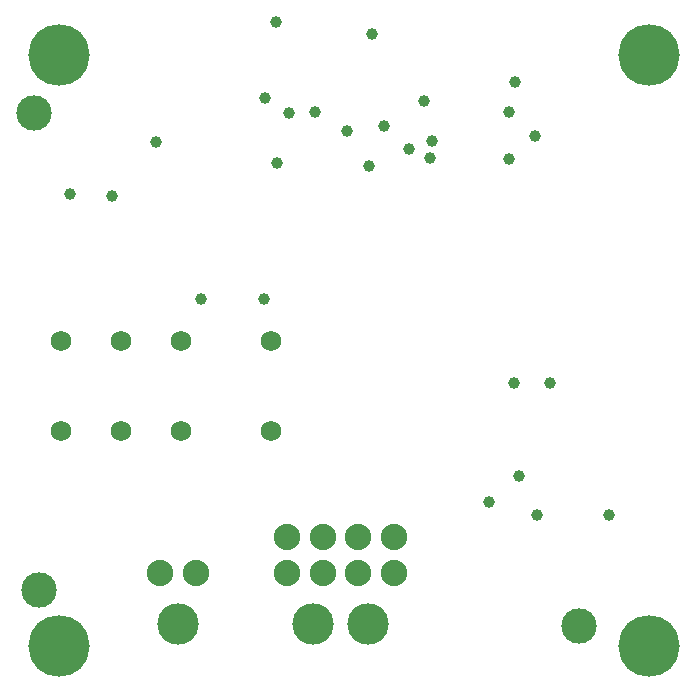
<source format=gbs>
G04*
G04 #@! TF.GenerationSoftware,Altium Limited,Altium Designer,21.6.4 (81)*
G04*
G04 Layer_Color=16711935*
%FSLAX25Y25*%
%MOIN*%
G70*
G04*
G04 #@! TF.SameCoordinates,C5008740-255C-4452-9732-2E8642EA51F4*
G04*
G04*
G04 #@! TF.FilePolarity,Negative*
G04*
G01*
G75*
%ADD53C,0.11811*%
%ADD54C,0.20485*%
%ADD55C,0.02800*%
%ADD56C,0.08800*%
%ADD57C,0.13811*%
%ADD58C,0.06800*%
%ADD59C,0.03950*%
D53*
X240000Y245000D02*
D03*
X420000Y233000D02*
D03*
X238500Y404000D02*
D03*
D54*
X246575Y226575D02*
D03*
X443425Y423425D02*
D03*
X246575D02*
D03*
X443425Y226575D02*
D03*
D55*
X246575Y235075D02*
D03*
X255075Y226575D02*
D03*
X252575Y232575D02*
D03*
X246575Y218075D02*
D03*
X238075Y226575D02*
D03*
X240575Y232575D02*
D03*
Y220575D02*
D03*
X252575D02*
D03*
X443425Y431925D02*
D03*
X451925Y423425D02*
D03*
X449425Y429425D02*
D03*
X443425Y414925D02*
D03*
X434925Y423425D02*
D03*
X437425Y429425D02*
D03*
Y417425D02*
D03*
X449425D02*
D03*
X246575Y431925D02*
D03*
X255075Y423425D02*
D03*
X252575Y429425D02*
D03*
X246575Y414925D02*
D03*
X238075Y423425D02*
D03*
X240575Y429425D02*
D03*
Y417425D02*
D03*
X252575D02*
D03*
X443425Y235075D02*
D03*
X451925Y226575D02*
D03*
X449425Y232575D02*
D03*
X443425Y218075D02*
D03*
X434925Y226575D02*
D03*
X437425Y232575D02*
D03*
Y220575D02*
D03*
X449425D02*
D03*
D56*
X280512Y250984D02*
D03*
X292323D02*
D03*
X334646Y262803D02*
D03*
X346457D02*
D03*
X334646Y250984D02*
D03*
X346457D02*
D03*
X358268D02*
D03*
Y262803D02*
D03*
X322835Y250984D02*
D03*
Y262803D02*
D03*
D57*
X286417Y233984D02*
D03*
X349803D02*
D03*
X331299D02*
D03*
D58*
X247402Y328228D02*
D03*
Y298228D02*
D03*
X267402Y328228D02*
D03*
Y298228D02*
D03*
X287402Y328228D02*
D03*
Y298228D02*
D03*
X317402Y328228D02*
D03*
Y298228D02*
D03*
D59*
X318925Y434425D02*
D03*
X250500Y377000D02*
D03*
X264500Y376500D02*
D03*
X370500Y389000D02*
D03*
X363500Y392000D02*
D03*
X350000Y386500D02*
D03*
X355230Y399771D02*
D03*
X342581Y398159D02*
D03*
X319500Y387500D02*
D03*
X371070Y394834D02*
D03*
X368500Y408000D02*
D03*
X279067Y394584D02*
D03*
X332000Y404425D02*
D03*
X323500Y404000D02*
D03*
X315500Y409000D02*
D03*
X351000Y430500D02*
D03*
X294000Y342000D02*
D03*
X315000D02*
D03*
X405512Y396654D02*
D03*
X398622Y414370D02*
D03*
X396654Y404528D02*
D03*
Y388779D02*
D03*
X398500Y314000D02*
D03*
X410500D02*
D03*
X400166Y283013D02*
D03*
X430000Y270000D02*
D03*
X406111Y270048D02*
D03*
X390000Y274500D02*
D03*
M02*

</source>
